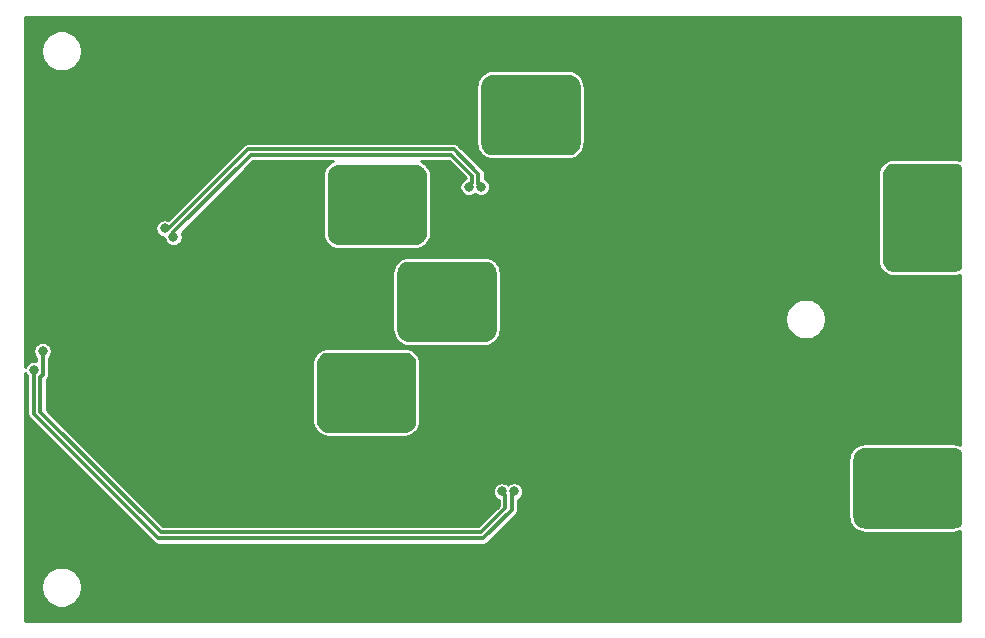
<source format=gbl>
G04 #@! TF.GenerationSoftware,KiCad,Pcbnew,(5.1.4)-1*
G04 #@! TF.CreationDate,2019-10-29T10:24:40+09:00*
G04 #@! TF.ProjectId,Buck_boost,4275636b-5f62-46f6-9f73-742e6b696361,rev?*
G04 #@! TF.SameCoordinates,Original*
G04 #@! TF.FileFunction,Copper,L2,Bot*
G04 #@! TF.FilePolarity,Positive*
%FSLAX46Y46*%
G04 Gerber Fmt 4.6, Leading zero omitted, Abs format (unit mm)*
G04 Created by KiCad (PCBNEW (5.1.4)-1) date 2019-10-29 10:24:40*
%MOMM*%
%LPD*%
G04 APERTURE LIST*
%ADD10C,1.200000*%
%ADD11C,3.000000*%
%ADD12C,0.800000*%
%ADD13C,0.300000*%
%ADD14C,0.254000*%
G04 APERTURE END LIST*
D10*
X175300000Y-105200000D03*
X174700000Y-104200000D03*
X175300000Y-103200000D03*
X174700000Y-102200000D03*
X175300000Y-101200000D03*
X174100000Y-101200000D03*
X173500000Y-102200000D03*
X174100000Y-103200000D03*
X174100000Y-105200000D03*
X172900000Y-105200000D03*
X171700000Y-105200000D03*
X170500000Y-105200000D03*
X169900000Y-104200000D03*
X172900000Y-101200000D03*
X171100000Y-104200000D03*
X169900000Y-102200000D03*
X170500000Y-103200000D03*
X173500000Y-104200000D03*
X172300000Y-104200000D03*
X172900000Y-103200000D03*
X171700000Y-103200000D03*
X172300000Y-102200000D03*
X171100000Y-102200000D03*
X171700000Y-101200000D03*
X170500000Y-101200000D03*
X174700000Y-100200000D03*
X173500000Y-100200000D03*
X172300000Y-100200000D03*
X171100000Y-100200000D03*
D11*
X204900000Y-114200000D03*
X208000000Y-114200000D03*
X208000000Y-111100000D03*
X204900000Y-111100000D03*
D12*
X203900000Y-107500000D03*
X204700000Y-107500000D03*
X205500000Y-107500000D03*
X206300000Y-107500000D03*
X207100000Y-107500000D03*
X207900000Y-107500000D03*
X208700000Y-107500000D03*
X204300000Y-108200000D03*
X205100000Y-108200000D03*
X205900000Y-108200000D03*
X206700000Y-108200000D03*
X207500000Y-108200000D03*
X208300000Y-108200000D03*
X209100000Y-108200000D03*
X208700000Y-108900000D03*
X207900000Y-108900000D03*
X207100000Y-108900000D03*
X206300000Y-108900000D03*
X205500000Y-108900000D03*
X204700000Y-108900000D03*
X203900000Y-108900000D03*
D10*
X169900000Y-100200000D03*
X175900000Y-100200000D03*
X176500000Y-101200000D03*
X175900000Y-102200000D03*
X175900000Y-104200000D03*
X176500000Y-103200000D03*
X176500000Y-105200000D03*
D12*
X140100000Y-119500000D03*
X140900000Y-119500000D03*
X137700000Y-120300000D03*
X138500000Y-120300000D03*
X139300000Y-120300000D03*
X140100000Y-120300000D03*
X140900000Y-120300000D03*
X137700000Y-121100000D03*
X138500000Y-121100000D03*
X139300000Y-121100000D03*
X140100000Y-121100000D03*
X140900000Y-121100000D03*
X137700000Y-121900000D03*
X138500000Y-121900000D03*
X139300000Y-121900000D03*
X140100000Y-121900000D03*
X140900000Y-121900000D03*
X141700000Y-120300000D03*
X141700000Y-121900000D03*
X141700000Y-121100000D03*
X141700000Y-119500000D03*
X137000000Y-120700000D03*
X137000000Y-119900000D03*
X137000000Y-121500000D03*
X136200000Y-121500000D03*
X136200000Y-119900000D03*
X136200000Y-120700000D03*
X142500000Y-120300000D03*
X142500000Y-121100000D03*
X134400000Y-110200000D03*
X134400000Y-111000000D03*
X134400000Y-111800000D03*
X134400000Y-112600000D03*
X133600000Y-110600000D03*
X133600000Y-111400000D03*
X133600000Y-112200000D03*
X135100000Y-109600000D03*
X135900000Y-109600000D03*
X136700000Y-109600000D03*
X136300000Y-108800000D03*
X135500000Y-108800000D03*
X133400000Y-113400000D03*
X133400000Y-114200000D03*
X133400000Y-115000000D03*
X132600000Y-114600000D03*
X132600000Y-113800000D03*
X135000000Y-113100000D03*
X135800000Y-112900000D03*
X136600000Y-112900000D03*
X138300000Y-131400000D03*
X138300000Y-130600000D03*
X138300000Y-129800000D03*
X138300000Y-129000000D03*
X139100000Y-129000000D03*
X139900000Y-129000000D03*
X140600000Y-129400000D03*
X141400000Y-129500000D03*
X142200000Y-129500000D03*
X143000000Y-129500000D03*
X139100000Y-129800000D03*
X139100000Y-130600000D03*
X139900000Y-128200000D03*
X143500000Y-128900000D03*
X143500000Y-128100000D03*
X143500000Y-127300000D03*
X144300000Y-127700000D03*
X144300000Y-128500000D03*
X142600000Y-130300000D03*
X141800000Y-130300000D03*
X141000000Y-130300000D03*
X151200000Y-111200000D03*
X152000000Y-111200000D03*
X152800000Y-111200000D03*
X153600000Y-111200000D03*
X154400000Y-111200000D03*
X154400000Y-112000000D03*
X154400000Y-112800000D03*
X154400000Y-113600000D03*
X153700000Y-114000000D03*
X152900000Y-114000000D03*
X152100000Y-114000000D03*
X151300000Y-114000000D03*
X150500000Y-114000000D03*
X150300000Y-113200000D03*
X150300000Y-112400000D03*
X149600000Y-112800000D03*
X149600000Y-113600000D03*
X149700000Y-114500000D03*
X150900000Y-114700000D03*
X151700000Y-114700000D03*
X152500000Y-114700000D03*
X153300000Y-114700000D03*
X155100000Y-112400000D03*
X155100000Y-111600000D03*
X154000000Y-110500000D03*
X153200000Y-110500000D03*
X152400000Y-110500000D03*
X152800000Y-109800000D03*
X153600000Y-109800000D03*
X154400000Y-109800000D03*
X154800000Y-110500000D03*
X151300000Y-115400000D03*
X152100000Y-115400000D03*
X150500000Y-115400000D03*
X160400000Y-121200000D03*
X160400000Y-120400000D03*
X160400000Y-119600000D03*
X159600000Y-119600000D03*
X158800000Y-119600000D03*
X158000000Y-119600000D03*
X157200000Y-119600000D03*
X156400000Y-119600000D03*
X156400000Y-120400000D03*
X156400000Y-121200000D03*
X155700000Y-120800000D03*
X155700000Y-120000000D03*
X155700000Y-119200000D03*
X156800000Y-118900000D03*
X157600000Y-118900000D03*
X158400000Y-118900000D03*
X159200000Y-118900000D03*
X160000000Y-118900000D03*
X161100000Y-120000000D03*
X161100000Y-120800000D03*
X161100000Y-119200000D03*
X155000000Y-119600000D03*
X155000000Y-120400000D03*
X155000000Y-121200000D03*
X154300000Y-120800000D03*
X154300000Y-120000000D03*
X157200000Y-118200000D03*
X156400000Y-118200000D03*
X158000000Y-118200000D03*
X158800000Y-118200000D03*
X159600000Y-118200000D03*
X160400000Y-118200000D03*
X150000000Y-127400000D03*
X150000000Y-128400000D03*
X150000000Y-129400000D03*
X150000000Y-130400000D03*
X150000000Y-131400000D03*
X150000000Y-132400000D03*
X150000000Y-133400000D03*
X150000000Y-134400000D03*
X150000000Y-135400000D03*
X150000000Y-136400000D03*
X149200000Y-136900000D03*
X149200000Y-135900000D03*
X149200000Y-134900000D03*
X149200000Y-133900000D03*
X149200000Y-132900000D03*
X149200000Y-131900000D03*
X149200000Y-130900000D03*
X149200000Y-129900000D03*
X149200000Y-128900000D03*
X149200000Y-127900000D03*
X163000000Y-140300000D03*
X163000000Y-141300000D03*
X163000000Y-142300000D03*
X163000000Y-143300000D03*
X163000000Y-144300000D03*
X159000000Y-140300000D03*
X159000000Y-141300000D03*
X159000000Y-142300000D03*
X159000000Y-143300000D03*
X159000000Y-144300000D03*
X158200000Y-143800000D03*
X158200000Y-142800000D03*
X158200000Y-141800000D03*
X158200000Y-140800000D03*
X158200000Y-139800000D03*
X163800000Y-139800000D03*
X163800000Y-140800000D03*
X163800000Y-141800000D03*
X163800000Y-142800000D03*
X163800000Y-143800000D03*
X179700000Y-144300000D03*
X178900000Y-140800000D03*
X179700000Y-139300000D03*
X184500000Y-142800000D03*
X183700000Y-142300000D03*
X183700000Y-141300000D03*
X183700000Y-140300000D03*
X183700000Y-139300000D03*
X178900000Y-141800000D03*
X179700000Y-140300000D03*
X184500000Y-139800000D03*
X184500000Y-140800000D03*
X179700000Y-143300000D03*
X178900000Y-143800000D03*
X179700000Y-141300000D03*
X179700000Y-142300000D03*
X178900000Y-142800000D03*
X183700000Y-143300000D03*
X183700000Y-144300000D03*
X184500000Y-141800000D03*
X184500000Y-143800000D03*
X178900000Y-139800000D03*
X190700000Y-139300000D03*
X195500000Y-142800000D03*
X189900000Y-140800000D03*
X194700000Y-141300000D03*
X194700000Y-140300000D03*
X190700000Y-140300000D03*
X195500000Y-139800000D03*
X189900000Y-143800000D03*
X190700000Y-141300000D03*
X195500000Y-140800000D03*
X190700000Y-143300000D03*
X190700000Y-144300000D03*
X194700000Y-139300000D03*
X189900000Y-141800000D03*
X194700000Y-142300000D03*
X195500000Y-141800000D03*
X195500000Y-143800000D03*
X189900000Y-139800000D03*
X194700000Y-143300000D03*
X194700000Y-144300000D03*
X190700000Y-142300000D03*
X189900000Y-142800000D03*
X209100000Y-145300000D03*
X209100000Y-144300000D03*
X209100000Y-143300000D03*
X208100000Y-145300000D03*
X207100000Y-145300000D03*
X206100000Y-145300000D03*
X209100000Y-142300000D03*
X208100000Y-144300000D03*
X130900000Y-145200000D03*
X130900000Y-144200000D03*
X131900000Y-145200000D03*
X132900000Y-145200000D03*
X133900000Y-145200000D03*
X130900000Y-143200000D03*
X130900000Y-142200000D03*
X131900000Y-144200000D03*
X130900000Y-94800000D03*
X131900000Y-94800000D03*
X132900000Y-94800000D03*
X133900000Y-94800000D03*
X130900000Y-95800000D03*
X130900000Y-96800000D03*
X130900000Y-97800000D03*
X131900000Y-95800000D03*
D11*
X208000000Y-118200000D03*
X208000000Y-121300000D03*
X204900000Y-121300000D03*
X204900000Y-118200000D03*
X204800000Y-128700000D03*
X207900000Y-125600000D03*
X207900000Y-128700000D03*
X204800000Y-125600000D03*
D12*
X209200000Y-94800000D03*
X209200000Y-95700000D03*
X209200000Y-96600000D03*
X209200000Y-97500000D03*
X208300000Y-94800000D03*
X207400000Y-94800000D03*
X206500000Y-94800000D03*
X208300000Y-95700000D03*
D10*
X162000000Y-128700000D03*
X160800000Y-128700000D03*
X159600000Y-128700000D03*
X158400000Y-128700000D03*
X157200000Y-128700000D03*
X157800000Y-127700000D03*
X159000000Y-127700000D03*
X160200000Y-127700000D03*
X162600000Y-127700000D03*
X161400000Y-127700000D03*
X162000000Y-126700000D03*
X162600000Y-125700000D03*
X160800000Y-126700000D03*
X159600000Y-126700000D03*
X161400000Y-125700000D03*
X162000000Y-124700000D03*
X160800000Y-124700000D03*
X160200000Y-125700000D03*
X159000000Y-125700000D03*
X158400000Y-126700000D03*
X157200000Y-126700000D03*
X157800000Y-125700000D03*
X159600000Y-124700000D03*
X158400000Y-124700000D03*
X157200000Y-124700000D03*
X157800000Y-123700000D03*
X159000000Y-123700000D03*
X160200000Y-123700000D03*
X161400000Y-123700000D03*
X162600000Y-123700000D03*
D12*
X131900000Y-122700000D03*
X170775000Y-134600000D03*
D10*
X156600000Y-123700000D03*
X156600000Y-125700000D03*
X156600000Y-127700000D03*
X156000000Y-124700000D03*
X156000000Y-126700000D03*
X156000000Y-128700000D03*
X156900000Y-111800000D03*
X157500000Y-112800000D03*
X158100000Y-111800000D03*
X159900000Y-110800000D03*
X158700000Y-110800000D03*
X159300000Y-109800000D03*
X159300000Y-111800000D03*
X158700000Y-112800000D03*
X159900000Y-112800000D03*
X160500000Y-111800000D03*
X161100000Y-112800000D03*
X162300000Y-112800000D03*
X161700000Y-111800000D03*
X157500000Y-110800000D03*
X161100000Y-110800000D03*
X162300000Y-110800000D03*
X161700000Y-109800000D03*
X160500000Y-109800000D03*
X156900000Y-109800000D03*
X158100000Y-109800000D03*
X162300000Y-108800000D03*
X161100000Y-108800000D03*
X159900000Y-108800000D03*
X158700000Y-108800000D03*
X157500000Y-108800000D03*
X161700000Y-107800000D03*
X160500000Y-107800000D03*
X159300000Y-107800000D03*
X158100000Y-107800000D03*
X156900000Y-107800000D03*
D12*
X142971232Y-113071232D03*
X167975000Y-108800000D03*
D10*
X162900000Y-107800000D03*
X163500000Y-108800000D03*
X162900000Y-109800000D03*
X163500000Y-110800000D03*
X162900000Y-111800000D03*
X163500000Y-112800000D03*
X168200000Y-121000000D03*
X167600000Y-120000000D03*
X167000000Y-121000000D03*
X166400000Y-120000000D03*
X165800000Y-121000000D03*
X165200000Y-120000000D03*
X164600000Y-121000000D03*
X163400000Y-121000000D03*
X164000000Y-120000000D03*
X162800000Y-120000000D03*
X168200000Y-119000000D03*
X167000000Y-119000000D03*
X165800000Y-119000000D03*
X164600000Y-119000000D03*
X163400000Y-119000000D03*
X162800000Y-118000000D03*
X164000000Y-118000000D03*
X165200000Y-118000000D03*
X166400000Y-118000000D03*
X167600000Y-118000000D03*
X168200000Y-117000000D03*
X167000000Y-117000000D03*
X165800000Y-117000000D03*
X164600000Y-117000000D03*
X163400000Y-117000000D03*
X167600000Y-116000000D03*
X166400000Y-116000000D03*
X165200000Y-116000000D03*
X164000000Y-116000000D03*
X162800000Y-116000000D03*
X168800000Y-116000000D03*
X169400000Y-117000000D03*
X168800000Y-118000000D03*
X169400000Y-119000000D03*
X168800000Y-120000000D03*
X169400000Y-121000000D03*
D12*
X202100000Y-134900000D03*
X202800000Y-132100000D03*
X202100000Y-135700000D03*
X201400000Y-135300000D03*
X202100000Y-131700000D03*
X201400000Y-133700000D03*
X202800000Y-133700000D03*
X201400000Y-132900000D03*
X202100000Y-132500000D03*
X202100000Y-134100000D03*
X201400000Y-132100000D03*
X202100000Y-133300000D03*
X201400000Y-136100000D03*
X202100000Y-136500000D03*
X202800000Y-136900000D03*
X201400000Y-136900000D03*
X202800000Y-136100000D03*
X201400000Y-134500000D03*
X202800000Y-135300000D03*
X202800000Y-134500000D03*
X202800000Y-132900000D03*
X131149990Y-124309210D03*
X171825000Y-134600000D03*
D11*
X208000000Y-135900000D03*
X208000000Y-132800000D03*
X204900000Y-132800000D03*
X204900000Y-135900000D03*
D12*
X142228768Y-112328768D03*
X169025000Y-108800000D03*
D13*
X171075000Y-134900000D02*
X170775000Y-134600000D01*
X171075000Y-136015900D02*
X171075000Y-134900000D01*
X131900000Y-124700000D02*
X131700000Y-124900000D01*
X131900000Y-122700000D02*
X131900000Y-124700000D01*
X131700000Y-124900000D02*
X131700000Y-127881800D01*
X141893200Y-138075000D02*
X169015900Y-138075000D01*
X131700000Y-127881800D02*
X141893200Y-138075000D01*
X169015900Y-138075000D02*
X171075000Y-136015900D01*
X168275000Y-108500000D02*
X167975000Y-108800000D01*
X168275000Y-107875000D02*
X168275000Y-108500000D01*
X166500000Y-106100000D02*
X168275000Y-107875000D01*
X142971232Y-113071232D02*
X142971232Y-112646967D01*
X149518199Y-106100000D02*
X166500000Y-106100000D01*
X142971232Y-112646967D02*
X149518199Y-106100000D01*
X131149990Y-128038912D02*
X131149990Y-124309210D01*
X141686089Y-138575011D02*
X131149990Y-128038912D01*
X169223012Y-138575010D02*
X141686089Y-138575011D01*
X171600000Y-136198022D02*
X169223012Y-138575010D01*
X171825000Y-134600000D02*
X171600000Y-134825000D01*
X171600000Y-134825000D02*
X171600000Y-136198022D01*
X168800000Y-108575000D02*
X169025000Y-108800000D01*
X168800000Y-107692878D02*
X168800000Y-108575000D01*
X166707122Y-105600000D02*
X168800000Y-107692878D01*
X142228768Y-112328768D02*
X142571232Y-112328768D01*
X149300000Y-105600000D02*
X166707122Y-105600000D01*
X142571232Y-112328768D02*
X149300000Y-105600000D01*
D14*
G36*
X209594001Y-106557060D02*
G01*
X209562285Y-106540108D01*
X209493280Y-106511525D01*
X209305687Y-106454620D01*
X209232435Y-106440050D01*
X209037345Y-106420835D01*
X209000000Y-106419000D01*
X204000000Y-106419000D01*
X203962655Y-106420835D01*
X203767565Y-106440050D01*
X203694313Y-106454620D01*
X203506720Y-106511525D01*
X203437715Y-106540108D01*
X203264828Y-106632518D01*
X203202726Y-106674013D01*
X203051189Y-106798376D01*
X202998376Y-106851189D01*
X202874013Y-107002726D01*
X202832518Y-107064828D01*
X202740108Y-107237715D01*
X202711525Y-107306720D01*
X202654620Y-107494313D01*
X202640050Y-107567565D01*
X202620835Y-107762655D01*
X202619000Y-107800000D01*
X202619000Y-115000000D01*
X202620835Y-115037345D01*
X202640050Y-115232435D01*
X202654620Y-115305687D01*
X202711525Y-115493280D01*
X202740108Y-115562285D01*
X202832518Y-115735172D01*
X202874013Y-115797274D01*
X202998376Y-115948811D01*
X203051189Y-116001624D01*
X203202726Y-116125987D01*
X203264828Y-116167482D01*
X203437715Y-116259892D01*
X203506720Y-116288475D01*
X203694313Y-116345380D01*
X203767565Y-116359950D01*
X203962655Y-116379165D01*
X204000000Y-116381000D01*
X209000000Y-116381000D01*
X209037345Y-116379165D01*
X209232435Y-116359950D01*
X209305687Y-116345380D01*
X209493280Y-116288475D01*
X209562285Y-116259892D01*
X209594001Y-116242940D01*
X209594000Y-130657060D01*
X209562285Y-130640108D01*
X209493280Y-130611525D01*
X209305687Y-130554620D01*
X209232435Y-130540050D01*
X209037345Y-130520835D01*
X209000000Y-130519000D01*
X201500000Y-130519000D01*
X201462655Y-130520835D01*
X201267565Y-130540050D01*
X201194313Y-130554620D01*
X201006720Y-130611525D01*
X200937715Y-130640108D01*
X200764828Y-130732518D01*
X200702726Y-130774013D01*
X200551189Y-130898376D01*
X200498376Y-130951189D01*
X200374013Y-131102726D01*
X200332518Y-131164828D01*
X200240108Y-131337715D01*
X200211525Y-131406720D01*
X200154620Y-131594313D01*
X200140050Y-131667565D01*
X200120835Y-131862655D01*
X200119000Y-131900000D01*
X200119000Y-136700000D01*
X200120835Y-136737345D01*
X200140050Y-136932435D01*
X200154620Y-137005687D01*
X200211525Y-137193280D01*
X200240108Y-137262285D01*
X200332518Y-137435172D01*
X200374013Y-137497274D01*
X200498376Y-137648811D01*
X200551189Y-137701624D01*
X200702726Y-137825987D01*
X200764828Y-137867482D01*
X200937715Y-137959892D01*
X201006720Y-137988475D01*
X201194313Y-138045380D01*
X201267565Y-138059950D01*
X201462655Y-138079165D01*
X201500000Y-138081000D01*
X209000000Y-138081000D01*
X209037345Y-138079165D01*
X209232435Y-138059950D01*
X209305687Y-138045380D01*
X209493280Y-137988475D01*
X209562285Y-137959892D01*
X209594000Y-137942940D01*
X209594000Y-145594000D01*
X130406000Y-145594000D01*
X130406000Y-142529511D01*
X131769000Y-142529511D01*
X131769000Y-142870489D01*
X131835521Y-143204914D01*
X131966007Y-143519936D01*
X132155444Y-143803448D01*
X132396552Y-144044556D01*
X132680064Y-144233993D01*
X132995086Y-144364479D01*
X133329511Y-144431000D01*
X133670489Y-144431000D01*
X134004914Y-144364479D01*
X134319936Y-144233993D01*
X134603448Y-144044556D01*
X134844556Y-143803448D01*
X135033993Y-143519936D01*
X135164479Y-143204914D01*
X135231000Y-142870489D01*
X135231000Y-142529511D01*
X135164479Y-142195086D01*
X135033993Y-141880064D01*
X134844556Y-141596552D01*
X134603448Y-141355444D01*
X134319936Y-141166007D01*
X134004914Y-141035521D01*
X133670489Y-140969000D01*
X133329511Y-140969000D01*
X132995086Y-141035521D01*
X132680064Y-141166007D01*
X132396552Y-141355444D01*
X132155444Y-141596552D01*
X131966007Y-141880064D01*
X131835521Y-142195086D01*
X131769000Y-142529511D01*
X130406000Y-142529511D01*
X130406000Y-124553911D01*
X130457877Y-124679152D01*
X130543348Y-124807069D01*
X130618991Y-124882712D01*
X130618990Y-128012838D01*
X130616422Y-128038912D01*
X130618990Y-128064986D01*
X130618990Y-128064995D01*
X130626673Y-128143005D01*
X130657037Y-128243099D01*
X130706344Y-128335347D01*
X130772700Y-128416202D01*
X130792965Y-128432833D01*
X141292178Y-138932047D01*
X141308800Y-138952301D01*
X141329054Y-138968923D01*
X141329059Y-138968928D01*
X141389653Y-139018657D01*
X141481901Y-139067964D01*
X141512265Y-139077175D01*
X141581996Y-139098328D01*
X141660006Y-139106011D01*
X141660014Y-139106011D01*
X141686088Y-139108579D01*
X141712162Y-139106011D01*
X169196928Y-139106009D01*
X169223012Y-139108578D01*
X169260465Y-139104889D01*
X169327106Y-139098326D01*
X169357469Y-139089115D01*
X169427199Y-139067963D01*
X169519447Y-139018656D01*
X169580041Y-138968927D01*
X169580042Y-138968926D01*
X169600302Y-138952299D01*
X169616929Y-138932039D01*
X171957036Y-136591934D01*
X171977290Y-136575312D01*
X171993912Y-136555058D01*
X171993918Y-136555052D01*
X172043646Y-136494458D01*
X172092953Y-136402210D01*
X172101835Y-136372930D01*
X172123317Y-136302116D01*
X172131000Y-136224106D01*
X172131000Y-136224096D01*
X172133568Y-136198022D01*
X172131000Y-136171948D01*
X172131000Y-135318599D01*
X172194942Y-135292113D01*
X172322859Y-135206642D01*
X172431642Y-135097859D01*
X172517113Y-134969942D01*
X172575987Y-134827809D01*
X172606000Y-134676922D01*
X172606000Y-134523078D01*
X172575987Y-134372191D01*
X172517113Y-134230058D01*
X172431642Y-134102141D01*
X172322859Y-133993358D01*
X172194942Y-133907887D01*
X172052809Y-133849013D01*
X171901922Y-133819000D01*
X171748078Y-133819000D01*
X171597191Y-133849013D01*
X171455058Y-133907887D01*
X171327141Y-133993358D01*
X171300000Y-134020499D01*
X171272859Y-133993358D01*
X171144942Y-133907887D01*
X171002809Y-133849013D01*
X170851922Y-133819000D01*
X170698078Y-133819000D01*
X170547191Y-133849013D01*
X170405058Y-133907887D01*
X170277141Y-133993358D01*
X170168358Y-134102141D01*
X170082887Y-134230058D01*
X170024013Y-134372191D01*
X169994000Y-134523078D01*
X169994000Y-134676922D01*
X170024013Y-134827809D01*
X170082887Y-134969942D01*
X170168358Y-135097859D01*
X170277141Y-135206642D01*
X170405058Y-135292113D01*
X170544001Y-135349665D01*
X170544000Y-135795953D01*
X168795954Y-137544000D01*
X142113148Y-137544000D01*
X132231000Y-127661854D01*
X132231000Y-125119947D01*
X132257029Y-125093917D01*
X132277290Y-125077290D01*
X132343646Y-124996435D01*
X132392953Y-124904188D01*
X132423317Y-124804094D01*
X132431000Y-124726084D01*
X132431000Y-124726074D01*
X132433568Y-124700000D01*
X132431000Y-124673926D01*
X132431000Y-123800000D01*
X154719000Y-123800000D01*
X154719000Y-128600000D01*
X154720835Y-128637345D01*
X154740050Y-128832435D01*
X154754620Y-128905687D01*
X154811525Y-129093280D01*
X154840108Y-129162285D01*
X154932518Y-129335172D01*
X154974013Y-129397274D01*
X155098376Y-129548811D01*
X155151189Y-129601624D01*
X155302726Y-129725987D01*
X155364828Y-129767482D01*
X155537715Y-129859892D01*
X155606720Y-129888475D01*
X155794313Y-129945380D01*
X155867565Y-129959950D01*
X156062655Y-129979165D01*
X156100000Y-129981000D01*
X162500000Y-129981000D01*
X162537345Y-129979165D01*
X162732435Y-129959950D01*
X162805687Y-129945380D01*
X162993280Y-129888475D01*
X163062285Y-129859892D01*
X163235172Y-129767482D01*
X163297274Y-129725987D01*
X163448811Y-129601624D01*
X163501624Y-129548811D01*
X163625987Y-129397274D01*
X163667482Y-129335172D01*
X163759892Y-129162285D01*
X163788475Y-129093280D01*
X163845380Y-128905687D01*
X163859950Y-128832435D01*
X163879165Y-128637345D01*
X163881000Y-128600000D01*
X163881000Y-123800000D01*
X163879165Y-123762655D01*
X163859950Y-123567565D01*
X163845380Y-123494313D01*
X163788475Y-123306720D01*
X163759892Y-123237715D01*
X163667482Y-123064828D01*
X163625987Y-123002726D01*
X163501624Y-122851189D01*
X163448811Y-122798376D01*
X163297274Y-122674013D01*
X163235172Y-122632518D01*
X163062285Y-122540108D01*
X162993280Y-122511525D01*
X162805687Y-122454620D01*
X162732435Y-122440050D01*
X162537345Y-122420835D01*
X162500000Y-122419000D01*
X156100000Y-122419000D01*
X156062655Y-122420835D01*
X155867565Y-122440050D01*
X155794313Y-122454620D01*
X155606720Y-122511525D01*
X155537715Y-122540108D01*
X155364828Y-122632518D01*
X155302726Y-122674013D01*
X155151189Y-122798376D01*
X155098376Y-122851189D01*
X154974013Y-123002726D01*
X154932518Y-123064828D01*
X154840108Y-123237715D01*
X154811525Y-123306720D01*
X154754620Y-123494313D01*
X154740050Y-123567565D01*
X154720835Y-123762655D01*
X154719000Y-123800000D01*
X132431000Y-123800000D01*
X132431000Y-123273501D01*
X132506642Y-123197859D01*
X132592113Y-123069942D01*
X132650987Y-122927809D01*
X132681000Y-122776922D01*
X132681000Y-122623078D01*
X132650987Y-122472191D01*
X132592113Y-122330058D01*
X132506642Y-122202141D01*
X132397859Y-122093358D01*
X132269942Y-122007887D01*
X132127809Y-121949013D01*
X131976922Y-121919000D01*
X131823078Y-121919000D01*
X131672191Y-121949013D01*
X131530058Y-122007887D01*
X131402141Y-122093358D01*
X131293358Y-122202141D01*
X131207887Y-122330058D01*
X131149013Y-122472191D01*
X131119000Y-122623078D01*
X131119000Y-122776922D01*
X131149013Y-122927809D01*
X131207887Y-123069942D01*
X131293358Y-123197859D01*
X131369000Y-123273501D01*
X131369000Y-123556473D01*
X131226912Y-123528210D01*
X131073068Y-123528210D01*
X130922181Y-123558223D01*
X130780048Y-123617097D01*
X130652131Y-123702568D01*
X130543348Y-123811351D01*
X130457877Y-123939268D01*
X130406000Y-124064509D01*
X130406000Y-116100000D01*
X161519000Y-116100000D01*
X161519000Y-120900000D01*
X161520835Y-120937345D01*
X161540050Y-121132435D01*
X161554620Y-121205687D01*
X161611525Y-121393280D01*
X161640108Y-121462285D01*
X161732518Y-121635172D01*
X161774013Y-121697274D01*
X161898376Y-121848811D01*
X161951189Y-121901624D01*
X162102726Y-122025987D01*
X162164828Y-122067482D01*
X162337715Y-122159892D01*
X162406720Y-122188475D01*
X162594313Y-122245380D01*
X162667565Y-122259950D01*
X162862655Y-122279165D01*
X162900000Y-122281000D01*
X169300000Y-122281000D01*
X169337345Y-122279165D01*
X169532435Y-122259950D01*
X169605687Y-122245380D01*
X169793280Y-122188475D01*
X169862285Y-122159892D01*
X170035172Y-122067482D01*
X170097274Y-122025987D01*
X170248811Y-121901624D01*
X170301624Y-121848811D01*
X170425987Y-121697274D01*
X170467482Y-121635172D01*
X170559892Y-121462285D01*
X170588475Y-121393280D01*
X170645380Y-121205687D01*
X170659950Y-121132435D01*
X170679165Y-120937345D01*
X170681000Y-120900000D01*
X170681000Y-119829511D01*
X194769000Y-119829511D01*
X194769000Y-120170489D01*
X194835521Y-120504914D01*
X194966007Y-120819936D01*
X195155444Y-121103448D01*
X195396552Y-121344556D01*
X195680064Y-121533993D01*
X195995086Y-121664479D01*
X196329511Y-121731000D01*
X196670489Y-121731000D01*
X197004914Y-121664479D01*
X197319936Y-121533993D01*
X197603448Y-121344556D01*
X197844556Y-121103448D01*
X198033993Y-120819936D01*
X198164479Y-120504914D01*
X198231000Y-120170489D01*
X198231000Y-119829511D01*
X198164479Y-119495086D01*
X198033993Y-119180064D01*
X197844556Y-118896552D01*
X197603448Y-118655444D01*
X197319936Y-118466007D01*
X197004914Y-118335521D01*
X196670489Y-118269000D01*
X196329511Y-118269000D01*
X195995086Y-118335521D01*
X195680064Y-118466007D01*
X195396552Y-118655444D01*
X195155444Y-118896552D01*
X194966007Y-119180064D01*
X194835521Y-119495086D01*
X194769000Y-119829511D01*
X170681000Y-119829511D01*
X170681000Y-116100000D01*
X170679165Y-116062655D01*
X170659950Y-115867565D01*
X170645380Y-115794313D01*
X170588475Y-115606720D01*
X170559892Y-115537715D01*
X170467482Y-115364828D01*
X170425987Y-115302726D01*
X170301624Y-115151189D01*
X170248811Y-115098376D01*
X170097274Y-114974013D01*
X170035172Y-114932518D01*
X169862285Y-114840108D01*
X169793280Y-114811525D01*
X169605687Y-114754620D01*
X169532435Y-114740050D01*
X169337345Y-114720835D01*
X169300000Y-114719000D01*
X162900000Y-114719000D01*
X162862655Y-114720835D01*
X162667565Y-114740050D01*
X162594313Y-114754620D01*
X162406720Y-114811525D01*
X162337715Y-114840108D01*
X162164828Y-114932518D01*
X162102726Y-114974013D01*
X161951189Y-115098376D01*
X161898376Y-115151189D01*
X161774013Y-115302726D01*
X161732518Y-115364828D01*
X161640108Y-115537715D01*
X161611525Y-115606720D01*
X161554620Y-115794313D01*
X161540050Y-115867565D01*
X161520835Y-116062655D01*
X161519000Y-116100000D01*
X130406000Y-116100000D01*
X130406000Y-112251846D01*
X141447768Y-112251846D01*
X141447768Y-112405690D01*
X141477781Y-112556577D01*
X141536655Y-112698710D01*
X141622126Y-112826627D01*
X141730909Y-112935410D01*
X141858826Y-113020881D01*
X142000959Y-113079755D01*
X142151846Y-113109768D01*
X142190232Y-113109768D01*
X142190232Y-113148154D01*
X142220245Y-113299041D01*
X142279119Y-113441174D01*
X142364590Y-113569091D01*
X142473373Y-113677874D01*
X142601290Y-113763345D01*
X142743423Y-113822219D01*
X142894310Y-113852232D01*
X143048154Y-113852232D01*
X143199041Y-113822219D01*
X143341174Y-113763345D01*
X143469091Y-113677874D01*
X143577874Y-113569091D01*
X143663345Y-113441174D01*
X143722219Y-113299041D01*
X143752232Y-113148154D01*
X143752232Y-112994310D01*
X143722219Y-112843423D01*
X143664666Y-112704479D01*
X149738147Y-106631000D01*
X156459704Y-106631000D01*
X156437715Y-106640108D01*
X156264828Y-106732518D01*
X156202726Y-106774013D01*
X156051189Y-106898376D01*
X155998376Y-106951189D01*
X155874013Y-107102726D01*
X155832518Y-107164828D01*
X155740108Y-107337715D01*
X155711525Y-107406720D01*
X155654620Y-107594313D01*
X155640050Y-107667565D01*
X155620835Y-107862655D01*
X155619000Y-107900000D01*
X155619000Y-112700000D01*
X155620835Y-112737345D01*
X155640050Y-112932435D01*
X155654620Y-113005687D01*
X155711525Y-113193280D01*
X155740108Y-113262285D01*
X155832518Y-113435172D01*
X155874013Y-113497274D01*
X155998376Y-113648811D01*
X156051189Y-113701624D01*
X156202726Y-113825987D01*
X156264828Y-113867482D01*
X156437715Y-113959892D01*
X156506720Y-113988475D01*
X156694313Y-114045380D01*
X156767565Y-114059950D01*
X156962655Y-114079165D01*
X157000000Y-114081000D01*
X163400000Y-114081000D01*
X163437345Y-114079165D01*
X163632435Y-114059950D01*
X163705687Y-114045380D01*
X163893280Y-113988475D01*
X163962285Y-113959892D01*
X164135172Y-113867482D01*
X164197274Y-113825987D01*
X164348811Y-113701624D01*
X164401624Y-113648811D01*
X164525987Y-113497274D01*
X164567482Y-113435172D01*
X164659892Y-113262285D01*
X164688475Y-113193280D01*
X164745380Y-113005687D01*
X164759950Y-112932435D01*
X164779165Y-112737345D01*
X164781000Y-112700000D01*
X164781000Y-107900000D01*
X164779165Y-107862655D01*
X164759950Y-107667565D01*
X164745380Y-107594313D01*
X164688475Y-107406720D01*
X164659892Y-107337715D01*
X164567482Y-107164828D01*
X164525987Y-107102726D01*
X164401624Y-106951189D01*
X164348811Y-106898376D01*
X164197274Y-106774013D01*
X164135172Y-106732518D01*
X163962285Y-106640108D01*
X163940296Y-106631000D01*
X166280054Y-106631000D01*
X167712455Y-108063401D01*
X167605058Y-108107887D01*
X167477141Y-108193358D01*
X167368358Y-108302141D01*
X167282887Y-108430058D01*
X167224013Y-108572191D01*
X167194000Y-108723078D01*
X167194000Y-108876922D01*
X167224013Y-109027809D01*
X167282887Y-109169942D01*
X167368358Y-109297859D01*
X167477141Y-109406642D01*
X167605058Y-109492113D01*
X167747191Y-109550987D01*
X167898078Y-109581000D01*
X168051922Y-109581000D01*
X168202809Y-109550987D01*
X168344942Y-109492113D01*
X168472859Y-109406642D01*
X168500000Y-109379501D01*
X168527141Y-109406642D01*
X168655058Y-109492113D01*
X168797191Y-109550987D01*
X168948078Y-109581000D01*
X169101922Y-109581000D01*
X169252809Y-109550987D01*
X169394942Y-109492113D01*
X169522859Y-109406642D01*
X169631642Y-109297859D01*
X169717113Y-109169942D01*
X169775987Y-109027809D01*
X169806000Y-108876922D01*
X169806000Y-108723078D01*
X169775987Y-108572191D01*
X169717113Y-108430058D01*
X169631642Y-108302141D01*
X169522859Y-108193358D01*
X169394942Y-108107887D01*
X169331000Y-108081401D01*
X169331000Y-107718949D01*
X169333568Y-107692877D01*
X169331000Y-107666805D01*
X169331000Y-107666794D01*
X169323317Y-107588784D01*
X169292953Y-107488690D01*
X169255703Y-107419000D01*
X169243646Y-107396442D01*
X169193917Y-107335848D01*
X169177290Y-107315588D01*
X169157030Y-107298961D01*
X167101043Y-105242975D01*
X167084412Y-105222710D01*
X167003557Y-105156354D01*
X166911310Y-105107047D01*
X166811216Y-105076683D01*
X166733206Y-105069000D01*
X166733196Y-105069000D01*
X166707122Y-105066432D01*
X166681048Y-105069000D01*
X149326074Y-105069000D01*
X149300000Y-105066432D01*
X149273926Y-105069000D01*
X149273916Y-105069000D01*
X149195906Y-105076683D01*
X149095812Y-105107047D01*
X149003564Y-105156354D01*
X148942970Y-105206083D01*
X148922710Y-105222710D01*
X148906083Y-105242970D01*
X142537679Y-111611375D01*
X142456577Y-111577781D01*
X142305690Y-111547768D01*
X142151846Y-111547768D01*
X142000959Y-111577781D01*
X141858826Y-111636655D01*
X141730909Y-111722126D01*
X141622126Y-111830909D01*
X141536655Y-111958826D01*
X141477781Y-112100959D01*
X141447768Y-112251846D01*
X130406000Y-112251846D01*
X130406000Y-100300000D01*
X168619000Y-100300000D01*
X168619000Y-105100000D01*
X168620835Y-105137345D01*
X168640050Y-105332435D01*
X168654620Y-105405687D01*
X168711525Y-105593280D01*
X168740108Y-105662285D01*
X168832518Y-105835172D01*
X168874013Y-105897274D01*
X168998376Y-106048811D01*
X169051189Y-106101624D01*
X169202726Y-106225987D01*
X169264828Y-106267482D01*
X169437715Y-106359892D01*
X169506720Y-106388475D01*
X169694313Y-106445380D01*
X169767565Y-106459950D01*
X169962655Y-106479165D01*
X170000000Y-106481000D01*
X176400000Y-106481000D01*
X176437345Y-106479165D01*
X176632435Y-106459950D01*
X176705687Y-106445380D01*
X176893280Y-106388475D01*
X176962285Y-106359892D01*
X177135172Y-106267482D01*
X177197274Y-106225987D01*
X177348811Y-106101624D01*
X177401624Y-106048811D01*
X177525987Y-105897274D01*
X177567482Y-105835172D01*
X177659892Y-105662285D01*
X177688475Y-105593280D01*
X177745380Y-105405687D01*
X177759950Y-105332435D01*
X177779165Y-105137345D01*
X177781000Y-105100000D01*
X177781000Y-100300000D01*
X177779165Y-100262655D01*
X177759950Y-100067565D01*
X177745380Y-99994313D01*
X177688475Y-99806720D01*
X177659892Y-99737715D01*
X177567482Y-99564828D01*
X177525987Y-99502726D01*
X177401624Y-99351189D01*
X177348811Y-99298376D01*
X177197274Y-99174013D01*
X177135172Y-99132518D01*
X176962285Y-99040108D01*
X176893280Y-99011525D01*
X176705687Y-98954620D01*
X176632435Y-98940050D01*
X176437345Y-98920835D01*
X176400000Y-98919000D01*
X170000000Y-98919000D01*
X169962655Y-98920835D01*
X169767565Y-98940050D01*
X169694313Y-98954620D01*
X169506720Y-99011525D01*
X169437715Y-99040108D01*
X169264828Y-99132518D01*
X169202726Y-99174013D01*
X169051189Y-99298376D01*
X168998376Y-99351189D01*
X168874013Y-99502726D01*
X168832518Y-99564828D01*
X168740108Y-99737715D01*
X168711525Y-99806720D01*
X168654620Y-99994313D01*
X168640050Y-100067565D01*
X168620835Y-100262655D01*
X168619000Y-100300000D01*
X130406000Y-100300000D01*
X130406000Y-97129511D01*
X131769000Y-97129511D01*
X131769000Y-97470489D01*
X131835521Y-97804914D01*
X131966007Y-98119936D01*
X132155444Y-98403448D01*
X132396552Y-98644556D01*
X132680064Y-98833993D01*
X132995086Y-98964479D01*
X133329511Y-99031000D01*
X133670489Y-99031000D01*
X134004914Y-98964479D01*
X134319936Y-98833993D01*
X134603448Y-98644556D01*
X134844556Y-98403448D01*
X135033993Y-98119936D01*
X135164479Y-97804914D01*
X135231000Y-97470489D01*
X135231000Y-97129511D01*
X135164479Y-96795086D01*
X135033993Y-96480064D01*
X134844556Y-96196552D01*
X134603448Y-95955444D01*
X134319936Y-95766007D01*
X134004914Y-95635521D01*
X133670489Y-95569000D01*
X133329511Y-95569000D01*
X132995086Y-95635521D01*
X132680064Y-95766007D01*
X132396552Y-95955444D01*
X132155444Y-96196552D01*
X131966007Y-96480064D01*
X131835521Y-96795086D01*
X131769000Y-97129511D01*
X130406000Y-97129511D01*
X130406000Y-94406000D01*
X209594001Y-94406000D01*
X209594001Y-106557060D01*
X209594001Y-106557060D01*
G37*
X209594001Y-106557060D02*
X209562285Y-106540108D01*
X209493280Y-106511525D01*
X209305687Y-106454620D01*
X209232435Y-106440050D01*
X209037345Y-106420835D01*
X209000000Y-106419000D01*
X204000000Y-106419000D01*
X203962655Y-106420835D01*
X203767565Y-106440050D01*
X203694313Y-106454620D01*
X203506720Y-106511525D01*
X203437715Y-106540108D01*
X203264828Y-106632518D01*
X203202726Y-106674013D01*
X203051189Y-106798376D01*
X202998376Y-106851189D01*
X202874013Y-107002726D01*
X202832518Y-107064828D01*
X202740108Y-107237715D01*
X202711525Y-107306720D01*
X202654620Y-107494313D01*
X202640050Y-107567565D01*
X202620835Y-107762655D01*
X202619000Y-107800000D01*
X202619000Y-115000000D01*
X202620835Y-115037345D01*
X202640050Y-115232435D01*
X202654620Y-115305687D01*
X202711525Y-115493280D01*
X202740108Y-115562285D01*
X202832518Y-115735172D01*
X202874013Y-115797274D01*
X202998376Y-115948811D01*
X203051189Y-116001624D01*
X203202726Y-116125987D01*
X203264828Y-116167482D01*
X203437715Y-116259892D01*
X203506720Y-116288475D01*
X203694313Y-116345380D01*
X203767565Y-116359950D01*
X203962655Y-116379165D01*
X204000000Y-116381000D01*
X209000000Y-116381000D01*
X209037345Y-116379165D01*
X209232435Y-116359950D01*
X209305687Y-116345380D01*
X209493280Y-116288475D01*
X209562285Y-116259892D01*
X209594001Y-116242940D01*
X209594000Y-130657060D01*
X209562285Y-130640108D01*
X209493280Y-130611525D01*
X209305687Y-130554620D01*
X209232435Y-130540050D01*
X209037345Y-130520835D01*
X209000000Y-130519000D01*
X201500000Y-130519000D01*
X201462655Y-130520835D01*
X201267565Y-130540050D01*
X201194313Y-130554620D01*
X201006720Y-130611525D01*
X200937715Y-130640108D01*
X200764828Y-130732518D01*
X200702726Y-130774013D01*
X200551189Y-130898376D01*
X200498376Y-130951189D01*
X200374013Y-131102726D01*
X200332518Y-131164828D01*
X200240108Y-131337715D01*
X200211525Y-131406720D01*
X200154620Y-131594313D01*
X200140050Y-131667565D01*
X200120835Y-131862655D01*
X200119000Y-131900000D01*
X200119000Y-136700000D01*
X200120835Y-136737345D01*
X200140050Y-136932435D01*
X200154620Y-137005687D01*
X200211525Y-137193280D01*
X200240108Y-137262285D01*
X200332518Y-137435172D01*
X200374013Y-137497274D01*
X200498376Y-137648811D01*
X200551189Y-137701624D01*
X200702726Y-137825987D01*
X200764828Y-137867482D01*
X200937715Y-137959892D01*
X201006720Y-137988475D01*
X201194313Y-138045380D01*
X201267565Y-138059950D01*
X201462655Y-138079165D01*
X201500000Y-138081000D01*
X209000000Y-138081000D01*
X209037345Y-138079165D01*
X209232435Y-138059950D01*
X209305687Y-138045380D01*
X209493280Y-137988475D01*
X209562285Y-137959892D01*
X209594000Y-137942940D01*
X209594000Y-145594000D01*
X130406000Y-145594000D01*
X130406000Y-142529511D01*
X131769000Y-142529511D01*
X131769000Y-142870489D01*
X131835521Y-143204914D01*
X131966007Y-143519936D01*
X132155444Y-143803448D01*
X132396552Y-144044556D01*
X132680064Y-144233993D01*
X132995086Y-144364479D01*
X133329511Y-144431000D01*
X133670489Y-144431000D01*
X134004914Y-144364479D01*
X134319936Y-144233993D01*
X134603448Y-144044556D01*
X134844556Y-143803448D01*
X135033993Y-143519936D01*
X135164479Y-143204914D01*
X135231000Y-142870489D01*
X135231000Y-142529511D01*
X135164479Y-142195086D01*
X135033993Y-141880064D01*
X134844556Y-141596552D01*
X134603448Y-141355444D01*
X134319936Y-141166007D01*
X134004914Y-141035521D01*
X133670489Y-140969000D01*
X133329511Y-140969000D01*
X132995086Y-141035521D01*
X132680064Y-141166007D01*
X132396552Y-141355444D01*
X132155444Y-141596552D01*
X131966007Y-141880064D01*
X131835521Y-142195086D01*
X131769000Y-142529511D01*
X130406000Y-142529511D01*
X130406000Y-124553911D01*
X130457877Y-124679152D01*
X130543348Y-124807069D01*
X130618991Y-124882712D01*
X130618990Y-128012838D01*
X130616422Y-128038912D01*
X130618990Y-128064986D01*
X130618990Y-128064995D01*
X130626673Y-128143005D01*
X130657037Y-128243099D01*
X130706344Y-128335347D01*
X130772700Y-128416202D01*
X130792965Y-128432833D01*
X141292178Y-138932047D01*
X141308800Y-138952301D01*
X141329054Y-138968923D01*
X141329059Y-138968928D01*
X141389653Y-139018657D01*
X141481901Y-139067964D01*
X141512265Y-139077175D01*
X141581996Y-139098328D01*
X141660006Y-139106011D01*
X141660014Y-139106011D01*
X141686088Y-139108579D01*
X141712162Y-139106011D01*
X169196928Y-139106009D01*
X169223012Y-139108578D01*
X169260465Y-139104889D01*
X169327106Y-139098326D01*
X169357469Y-139089115D01*
X169427199Y-139067963D01*
X169519447Y-139018656D01*
X169580041Y-138968927D01*
X169580042Y-138968926D01*
X169600302Y-138952299D01*
X169616929Y-138932039D01*
X171957036Y-136591934D01*
X171977290Y-136575312D01*
X171993912Y-136555058D01*
X171993918Y-136555052D01*
X172043646Y-136494458D01*
X172092953Y-136402210D01*
X172101835Y-136372930D01*
X172123317Y-136302116D01*
X172131000Y-136224106D01*
X172131000Y-136224096D01*
X172133568Y-136198022D01*
X172131000Y-136171948D01*
X172131000Y-135318599D01*
X172194942Y-135292113D01*
X172322859Y-135206642D01*
X172431642Y-135097859D01*
X172517113Y-134969942D01*
X172575987Y-134827809D01*
X172606000Y-134676922D01*
X172606000Y-134523078D01*
X172575987Y-134372191D01*
X172517113Y-134230058D01*
X172431642Y-134102141D01*
X172322859Y-133993358D01*
X172194942Y-133907887D01*
X172052809Y-133849013D01*
X171901922Y-133819000D01*
X171748078Y-133819000D01*
X171597191Y-133849013D01*
X171455058Y-133907887D01*
X171327141Y-133993358D01*
X171300000Y-134020499D01*
X171272859Y-133993358D01*
X171144942Y-133907887D01*
X171002809Y-133849013D01*
X170851922Y-133819000D01*
X170698078Y-133819000D01*
X170547191Y-133849013D01*
X170405058Y-133907887D01*
X170277141Y-133993358D01*
X170168358Y-134102141D01*
X170082887Y-134230058D01*
X170024013Y-134372191D01*
X169994000Y-134523078D01*
X169994000Y-134676922D01*
X170024013Y-134827809D01*
X170082887Y-134969942D01*
X170168358Y-135097859D01*
X170277141Y-135206642D01*
X170405058Y-135292113D01*
X170544001Y-135349665D01*
X170544000Y-135795953D01*
X168795954Y-137544000D01*
X142113148Y-137544000D01*
X132231000Y-127661854D01*
X132231000Y-125119947D01*
X132257029Y-125093917D01*
X132277290Y-125077290D01*
X132343646Y-124996435D01*
X132392953Y-124904188D01*
X132423317Y-124804094D01*
X132431000Y-124726084D01*
X132431000Y-124726074D01*
X132433568Y-124700000D01*
X132431000Y-124673926D01*
X132431000Y-123800000D01*
X154719000Y-123800000D01*
X154719000Y-128600000D01*
X154720835Y-128637345D01*
X154740050Y-128832435D01*
X154754620Y-128905687D01*
X154811525Y-129093280D01*
X154840108Y-129162285D01*
X154932518Y-129335172D01*
X154974013Y-129397274D01*
X155098376Y-129548811D01*
X155151189Y-129601624D01*
X155302726Y-129725987D01*
X155364828Y-129767482D01*
X155537715Y-129859892D01*
X155606720Y-129888475D01*
X155794313Y-129945380D01*
X155867565Y-129959950D01*
X156062655Y-129979165D01*
X156100000Y-129981000D01*
X162500000Y-129981000D01*
X162537345Y-129979165D01*
X162732435Y-129959950D01*
X162805687Y-129945380D01*
X162993280Y-129888475D01*
X163062285Y-129859892D01*
X163235172Y-129767482D01*
X163297274Y-129725987D01*
X163448811Y-129601624D01*
X163501624Y-129548811D01*
X163625987Y-129397274D01*
X163667482Y-129335172D01*
X163759892Y-129162285D01*
X163788475Y-129093280D01*
X163845380Y-128905687D01*
X163859950Y-128832435D01*
X163879165Y-128637345D01*
X163881000Y-128600000D01*
X163881000Y-123800000D01*
X163879165Y-123762655D01*
X163859950Y-123567565D01*
X163845380Y-123494313D01*
X163788475Y-123306720D01*
X163759892Y-123237715D01*
X163667482Y-123064828D01*
X163625987Y-123002726D01*
X163501624Y-122851189D01*
X163448811Y-122798376D01*
X163297274Y-122674013D01*
X163235172Y-122632518D01*
X163062285Y-122540108D01*
X162993280Y-122511525D01*
X162805687Y-122454620D01*
X162732435Y-122440050D01*
X162537345Y-122420835D01*
X162500000Y-122419000D01*
X156100000Y-122419000D01*
X156062655Y-122420835D01*
X155867565Y-122440050D01*
X155794313Y-122454620D01*
X155606720Y-122511525D01*
X155537715Y-122540108D01*
X155364828Y-122632518D01*
X155302726Y-122674013D01*
X155151189Y-122798376D01*
X155098376Y-122851189D01*
X154974013Y-123002726D01*
X154932518Y-123064828D01*
X154840108Y-123237715D01*
X154811525Y-123306720D01*
X154754620Y-123494313D01*
X154740050Y-123567565D01*
X154720835Y-123762655D01*
X154719000Y-123800000D01*
X132431000Y-123800000D01*
X132431000Y-123273501D01*
X132506642Y-123197859D01*
X132592113Y-123069942D01*
X132650987Y-122927809D01*
X132681000Y-122776922D01*
X132681000Y-122623078D01*
X132650987Y-122472191D01*
X132592113Y-122330058D01*
X132506642Y-122202141D01*
X132397859Y-122093358D01*
X132269942Y-122007887D01*
X132127809Y-121949013D01*
X131976922Y-121919000D01*
X131823078Y-121919000D01*
X131672191Y-121949013D01*
X131530058Y-122007887D01*
X131402141Y-122093358D01*
X131293358Y-122202141D01*
X131207887Y-122330058D01*
X131149013Y-122472191D01*
X131119000Y-122623078D01*
X131119000Y-122776922D01*
X131149013Y-122927809D01*
X131207887Y-123069942D01*
X131293358Y-123197859D01*
X131369000Y-123273501D01*
X131369000Y-123556473D01*
X131226912Y-123528210D01*
X131073068Y-123528210D01*
X130922181Y-123558223D01*
X130780048Y-123617097D01*
X130652131Y-123702568D01*
X130543348Y-123811351D01*
X130457877Y-123939268D01*
X130406000Y-124064509D01*
X130406000Y-116100000D01*
X161519000Y-116100000D01*
X161519000Y-120900000D01*
X161520835Y-120937345D01*
X161540050Y-121132435D01*
X161554620Y-121205687D01*
X161611525Y-121393280D01*
X161640108Y-121462285D01*
X161732518Y-121635172D01*
X161774013Y-121697274D01*
X161898376Y-121848811D01*
X161951189Y-121901624D01*
X162102726Y-122025987D01*
X162164828Y-122067482D01*
X162337715Y-122159892D01*
X162406720Y-122188475D01*
X162594313Y-122245380D01*
X162667565Y-122259950D01*
X162862655Y-122279165D01*
X162900000Y-122281000D01*
X169300000Y-122281000D01*
X169337345Y-122279165D01*
X169532435Y-122259950D01*
X169605687Y-122245380D01*
X169793280Y-122188475D01*
X169862285Y-122159892D01*
X170035172Y-122067482D01*
X170097274Y-122025987D01*
X170248811Y-121901624D01*
X170301624Y-121848811D01*
X170425987Y-121697274D01*
X170467482Y-121635172D01*
X170559892Y-121462285D01*
X170588475Y-121393280D01*
X170645380Y-121205687D01*
X170659950Y-121132435D01*
X170679165Y-120937345D01*
X170681000Y-120900000D01*
X170681000Y-119829511D01*
X194769000Y-119829511D01*
X194769000Y-120170489D01*
X194835521Y-120504914D01*
X194966007Y-120819936D01*
X195155444Y-121103448D01*
X195396552Y-121344556D01*
X195680064Y-121533993D01*
X195995086Y-121664479D01*
X196329511Y-121731000D01*
X196670489Y-121731000D01*
X197004914Y-121664479D01*
X197319936Y-121533993D01*
X197603448Y-121344556D01*
X197844556Y-121103448D01*
X198033993Y-120819936D01*
X198164479Y-120504914D01*
X198231000Y-120170489D01*
X198231000Y-119829511D01*
X198164479Y-119495086D01*
X198033993Y-119180064D01*
X197844556Y-118896552D01*
X197603448Y-118655444D01*
X197319936Y-118466007D01*
X197004914Y-118335521D01*
X196670489Y-118269000D01*
X196329511Y-118269000D01*
X195995086Y-118335521D01*
X195680064Y-118466007D01*
X195396552Y-118655444D01*
X195155444Y-118896552D01*
X194966007Y-119180064D01*
X194835521Y-119495086D01*
X194769000Y-119829511D01*
X170681000Y-119829511D01*
X170681000Y-116100000D01*
X170679165Y-116062655D01*
X170659950Y-115867565D01*
X170645380Y-115794313D01*
X170588475Y-115606720D01*
X170559892Y-115537715D01*
X170467482Y-115364828D01*
X170425987Y-115302726D01*
X170301624Y-115151189D01*
X170248811Y-115098376D01*
X170097274Y-114974013D01*
X170035172Y-114932518D01*
X169862285Y-114840108D01*
X169793280Y-114811525D01*
X169605687Y-114754620D01*
X169532435Y-114740050D01*
X169337345Y-114720835D01*
X169300000Y-114719000D01*
X162900000Y-114719000D01*
X162862655Y-114720835D01*
X162667565Y-114740050D01*
X162594313Y-114754620D01*
X162406720Y-114811525D01*
X162337715Y-114840108D01*
X162164828Y-114932518D01*
X162102726Y-114974013D01*
X161951189Y-115098376D01*
X161898376Y-115151189D01*
X161774013Y-115302726D01*
X161732518Y-115364828D01*
X161640108Y-115537715D01*
X161611525Y-115606720D01*
X161554620Y-115794313D01*
X161540050Y-115867565D01*
X161520835Y-116062655D01*
X161519000Y-116100000D01*
X130406000Y-116100000D01*
X130406000Y-112251846D01*
X141447768Y-112251846D01*
X141447768Y-112405690D01*
X141477781Y-112556577D01*
X141536655Y-112698710D01*
X141622126Y-112826627D01*
X141730909Y-112935410D01*
X141858826Y-113020881D01*
X142000959Y-113079755D01*
X142151846Y-113109768D01*
X142190232Y-113109768D01*
X142190232Y-113148154D01*
X142220245Y-113299041D01*
X142279119Y-113441174D01*
X142364590Y-113569091D01*
X142473373Y-113677874D01*
X142601290Y-113763345D01*
X142743423Y-113822219D01*
X142894310Y-113852232D01*
X143048154Y-113852232D01*
X143199041Y-113822219D01*
X143341174Y-113763345D01*
X143469091Y-113677874D01*
X143577874Y-113569091D01*
X143663345Y-113441174D01*
X143722219Y-113299041D01*
X143752232Y-113148154D01*
X143752232Y-112994310D01*
X143722219Y-112843423D01*
X143664666Y-112704479D01*
X149738147Y-106631000D01*
X156459704Y-106631000D01*
X156437715Y-106640108D01*
X156264828Y-106732518D01*
X156202726Y-106774013D01*
X156051189Y-106898376D01*
X155998376Y-106951189D01*
X155874013Y-107102726D01*
X155832518Y-107164828D01*
X155740108Y-107337715D01*
X155711525Y-107406720D01*
X155654620Y-107594313D01*
X155640050Y-107667565D01*
X155620835Y-107862655D01*
X155619000Y-107900000D01*
X155619000Y-112700000D01*
X155620835Y-112737345D01*
X155640050Y-112932435D01*
X155654620Y-113005687D01*
X155711525Y-113193280D01*
X155740108Y-113262285D01*
X155832518Y-113435172D01*
X155874013Y-113497274D01*
X155998376Y-113648811D01*
X156051189Y-113701624D01*
X156202726Y-113825987D01*
X156264828Y-113867482D01*
X156437715Y-113959892D01*
X156506720Y-113988475D01*
X156694313Y-114045380D01*
X156767565Y-114059950D01*
X156962655Y-114079165D01*
X157000000Y-114081000D01*
X163400000Y-114081000D01*
X163437345Y-114079165D01*
X163632435Y-114059950D01*
X163705687Y-114045380D01*
X163893280Y-113988475D01*
X163962285Y-113959892D01*
X164135172Y-113867482D01*
X164197274Y-113825987D01*
X164348811Y-113701624D01*
X164401624Y-113648811D01*
X164525987Y-113497274D01*
X164567482Y-113435172D01*
X164659892Y-113262285D01*
X164688475Y-113193280D01*
X164745380Y-113005687D01*
X164759950Y-112932435D01*
X164779165Y-112737345D01*
X164781000Y-112700000D01*
X164781000Y-107900000D01*
X164779165Y-107862655D01*
X164759950Y-107667565D01*
X164745380Y-107594313D01*
X164688475Y-107406720D01*
X164659892Y-107337715D01*
X164567482Y-107164828D01*
X164525987Y-107102726D01*
X164401624Y-106951189D01*
X164348811Y-106898376D01*
X164197274Y-106774013D01*
X164135172Y-106732518D01*
X163962285Y-106640108D01*
X163940296Y-106631000D01*
X166280054Y-106631000D01*
X167712455Y-108063401D01*
X167605058Y-108107887D01*
X167477141Y-108193358D01*
X167368358Y-108302141D01*
X167282887Y-108430058D01*
X167224013Y-108572191D01*
X167194000Y-108723078D01*
X167194000Y-108876922D01*
X167224013Y-109027809D01*
X167282887Y-109169942D01*
X167368358Y-109297859D01*
X167477141Y-109406642D01*
X167605058Y-109492113D01*
X167747191Y-109550987D01*
X167898078Y-109581000D01*
X168051922Y-109581000D01*
X168202809Y-109550987D01*
X168344942Y-109492113D01*
X168472859Y-109406642D01*
X168500000Y-109379501D01*
X168527141Y-109406642D01*
X168655058Y-109492113D01*
X168797191Y-109550987D01*
X168948078Y-109581000D01*
X169101922Y-109581000D01*
X169252809Y-109550987D01*
X169394942Y-109492113D01*
X169522859Y-109406642D01*
X169631642Y-109297859D01*
X169717113Y-109169942D01*
X169775987Y-109027809D01*
X169806000Y-108876922D01*
X169806000Y-108723078D01*
X169775987Y-108572191D01*
X169717113Y-108430058D01*
X169631642Y-108302141D01*
X169522859Y-108193358D01*
X169394942Y-108107887D01*
X169331000Y-108081401D01*
X169331000Y-107718949D01*
X169333568Y-107692877D01*
X169331000Y-107666805D01*
X169331000Y-107666794D01*
X169323317Y-107588784D01*
X169292953Y-107488690D01*
X169255703Y-107419000D01*
X169243646Y-107396442D01*
X169193917Y-107335848D01*
X169177290Y-107315588D01*
X169157030Y-107298961D01*
X167101043Y-105242975D01*
X167084412Y-105222710D01*
X167003557Y-105156354D01*
X166911310Y-105107047D01*
X166811216Y-105076683D01*
X166733206Y-105069000D01*
X166733196Y-105069000D01*
X166707122Y-105066432D01*
X166681048Y-105069000D01*
X149326074Y-105069000D01*
X149300000Y-105066432D01*
X149273926Y-105069000D01*
X149273916Y-105069000D01*
X149195906Y-105076683D01*
X149095812Y-105107047D01*
X149003564Y-105156354D01*
X148942970Y-105206083D01*
X148922710Y-105222710D01*
X148906083Y-105242970D01*
X142537679Y-111611375D01*
X142456577Y-111577781D01*
X142305690Y-111547768D01*
X142151846Y-111547768D01*
X142000959Y-111577781D01*
X141858826Y-111636655D01*
X141730909Y-111722126D01*
X141622126Y-111830909D01*
X141536655Y-111958826D01*
X141477781Y-112100959D01*
X141447768Y-112251846D01*
X130406000Y-112251846D01*
X130406000Y-100300000D01*
X168619000Y-100300000D01*
X168619000Y-105100000D01*
X168620835Y-105137345D01*
X168640050Y-105332435D01*
X168654620Y-105405687D01*
X168711525Y-105593280D01*
X168740108Y-105662285D01*
X168832518Y-105835172D01*
X168874013Y-105897274D01*
X168998376Y-106048811D01*
X169051189Y-106101624D01*
X169202726Y-106225987D01*
X169264828Y-106267482D01*
X169437715Y-106359892D01*
X169506720Y-106388475D01*
X169694313Y-106445380D01*
X169767565Y-106459950D01*
X169962655Y-106479165D01*
X170000000Y-106481000D01*
X176400000Y-106481000D01*
X176437345Y-106479165D01*
X176632435Y-106459950D01*
X176705687Y-106445380D01*
X176893280Y-106388475D01*
X176962285Y-106359892D01*
X177135172Y-106267482D01*
X177197274Y-106225987D01*
X177348811Y-106101624D01*
X177401624Y-106048811D01*
X177525987Y-105897274D01*
X177567482Y-105835172D01*
X177659892Y-105662285D01*
X177688475Y-105593280D01*
X177745380Y-105405687D01*
X177759950Y-105332435D01*
X177779165Y-105137345D01*
X177781000Y-105100000D01*
X177781000Y-100300000D01*
X177779165Y-100262655D01*
X177759950Y-100067565D01*
X177745380Y-99994313D01*
X177688475Y-99806720D01*
X177659892Y-99737715D01*
X177567482Y-99564828D01*
X177525987Y-99502726D01*
X177401624Y-99351189D01*
X177348811Y-99298376D01*
X177197274Y-99174013D01*
X177135172Y-99132518D01*
X176962285Y-99040108D01*
X176893280Y-99011525D01*
X176705687Y-98954620D01*
X176632435Y-98940050D01*
X176437345Y-98920835D01*
X176400000Y-98919000D01*
X170000000Y-98919000D01*
X169962655Y-98920835D01*
X169767565Y-98940050D01*
X169694313Y-98954620D01*
X169506720Y-99011525D01*
X169437715Y-99040108D01*
X169264828Y-99132518D01*
X169202726Y-99174013D01*
X169051189Y-99298376D01*
X168998376Y-99351189D01*
X168874013Y-99502726D01*
X168832518Y-99564828D01*
X168740108Y-99737715D01*
X168711525Y-99806720D01*
X168654620Y-99994313D01*
X168640050Y-100067565D01*
X168620835Y-100262655D01*
X168619000Y-100300000D01*
X130406000Y-100300000D01*
X130406000Y-97129511D01*
X131769000Y-97129511D01*
X131769000Y-97470489D01*
X131835521Y-97804914D01*
X131966007Y-98119936D01*
X132155444Y-98403448D01*
X132396552Y-98644556D01*
X132680064Y-98833993D01*
X132995086Y-98964479D01*
X133329511Y-99031000D01*
X133670489Y-99031000D01*
X134004914Y-98964479D01*
X134319936Y-98833993D01*
X134603448Y-98644556D01*
X134844556Y-98403448D01*
X135033993Y-98119936D01*
X135164479Y-97804914D01*
X135231000Y-97470489D01*
X135231000Y-97129511D01*
X135164479Y-96795086D01*
X135033993Y-96480064D01*
X134844556Y-96196552D01*
X134603448Y-95955444D01*
X134319936Y-95766007D01*
X134004914Y-95635521D01*
X133670489Y-95569000D01*
X133329511Y-95569000D01*
X132995086Y-95635521D01*
X132680064Y-95766007D01*
X132396552Y-95955444D01*
X132155444Y-96196552D01*
X131966007Y-96480064D01*
X131835521Y-96795086D01*
X131769000Y-97129511D01*
X130406000Y-97129511D01*
X130406000Y-94406000D01*
X209594001Y-94406000D01*
X209594001Y-106557060D01*
G36*
X209170189Y-106944376D02*
G01*
X209333850Y-106994022D01*
X209484672Y-107074638D01*
X209594001Y-107164362D01*
X209594001Y-115635638D01*
X209484672Y-115725362D01*
X209333850Y-115805978D01*
X209170189Y-115855624D01*
X208993766Y-115873000D01*
X204006234Y-115873000D01*
X203829811Y-115855624D01*
X203666150Y-115805978D01*
X203515328Y-115725362D01*
X203383130Y-115616870D01*
X203274638Y-115484672D01*
X203194022Y-115333850D01*
X203144376Y-115170189D01*
X203127000Y-114993766D01*
X203127000Y-107806234D01*
X203144376Y-107629811D01*
X203194022Y-107466150D01*
X203274638Y-107315328D01*
X203383130Y-107183130D01*
X203515328Y-107074638D01*
X203666150Y-106994022D01*
X203829811Y-106944376D01*
X204006234Y-106927000D01*
X208993766Y-106927000D01*
X209170189Y-106944376D01*
X209170189Y-106944376D01*
G37*
X209170189Y-106944376D02*
X209333850Y-106994022D01*
X209484672Y-107074638D01*
X209594001Y-107164362D01*
X209594001Y-115635638D01*
X209484672Y-115725362D01*
X209333850Y-115805978D01*
X209170189Y-115855624D01*
X208993766Y-115873000D01*
X204006234Y-115873000D01*
X203829811Y-115855624D01*
X203666150Y-115805978D01*
X203515328Y-115725362D01*
X203383130Y-115616870D01*
X203274638Y-115484672D01*
X203194022Y-115333850D01*
X203144376Y-115170189D01*
X203127000Y-114993766D01*
X203127000Y-107806234D01*
X203144376Y-107629811D01*
X203194022Y-107466150D01*
X203274638Y-107315328D01*
X203383130Y-107183130D01*
X203515328Y-107074638D01*
X203666150Y-106994022D01*
X203829811Y-106944376D01*
X204006234Y-106927000D01*
X208993766Y-106927000D01*
X209170189Y-106944376D01*
G36*
X209170189Y-131044376D02*
G01*
X209333850Y-131094022D01*
X209484672Y-131174638D01*
X209594000Y-131264361D01*
X209594000Y-137335639D01*
X209484672Y-137425362D01*
X209333850Y-137505978D01*
X209170189Y-137555624D01*
X208993766Y-137573000D01*
X201506234Y-137573000D01*
X201329811Y-137555624D01*
X201166150Y-137505978D01*
X201015328Y-137425362D01*
X200883130Y-137316870D01*
X200774638Y-137184672D01*
X200694022Y-137033850D01*
X200644376Y-136870189D01*
X200627000Y-136693766D01*
X200627000Y-131906234D01*
X200644376Y-131729811D01*
X200694022Y-131566150D01*
X200774638Y-131415328D01*
X200883130Y-131283130D01*
X201015328Y-131174638D01*
X201166150Y-131094022D01*
X201329811Y-131044376D01*
X201506234Y-131027000D01*
X208993766Y-131027000D01*
X209170189Y-131044376D01*
X209170189Y-131044376D01*
G37*
X209170189Y-131044376D02*
X209333850Y-131094022D01*
X209484672Y-131174638D01*
X209594000Y-131264361D01*
X209594000Y-137335639D01*
X209484672Y-137425362D01*
X209333850Y-137505978D01*
X209170189Y-137555624D01*
X208993766Y-137573000D01*
X201506234Y-137573000D01*
X201329811Y-137555624D01*
X201166150Y-137505978D01*
X201015328Y-137425362D01*
X200883130Y-137316870D01*
X200774638Y-137184672D01*
X200694022Y-137033850D01*
X200644376Y-136870189D01*
X200627000Y-136693766D01*
X200627000Y-131906234D01*
X200644376Y-131729811D01*
X200694022Y-131566150D01*
X200774638Y-131415328D01*
X200883130Y-131283130D01*
X201015328Y-131174638D01*
X201166150Y-131094022D01*
X201329811Y-131044376D01*
X201506234Y-131027000D01*
X208993766Y-131027000D01*
X209170189Y-131044376D01*
G36*
X163570189Y-107044376D02*
G01*
X163733850Y-107094022D01*
X163884672Y-107174638D01*
X164016870Y-107283130D01*
X164125362Y-107415328D01*
X164205978Y-107566150D01*
X164255624Y-107729811D01*
X164273000Y-107906234D01*
X164273000Y-112693766D01*
X164255624Y-112870189D01*
X164205978Y-113033850D01*
X164125362Y-113184672D01*
X164016870Y-113316870D01*
X163884672Y-113425362D01*
X163733850Y-113505978D01*
X163570189Y-113555624D01*
X163393766Y-113573000D01*
X157006234Y-113573000D01*
X156829811Y-113555624D01*
X156666150Y-113505978D01*
X156515328Y-113425362D01*
X156383130Y-113316870D01*
X156274638Y-113184672D01*
X156194022Y-113033850D01*
X156144376Y-112870189D01*
X156127000Y-112693766D01*
X156127000Y-107906234D01*
X156144376Y-107729811D01*
X156194022Y-107566150D01*
X156274638Y-107415328D01*
X156383130Y-107283130D01*
X156515328Y-107174638D01*
X156666150Y-107094022D01*
X156829811Y-107044376D01*
X157006234Y-107027000D01*
X163393766Y-107027000D01*
X163570189Y-107044376D01*
X163570189Y-107044376D01*
G37*
X163570189Y-107044376D02*
X163733850Y-107094022D01*
X163884672Y-107174638D01*
X164016870Y-107283130D01*
X164125362Y-107415328D01*
X164205978Y-107566150D01*
X164255624Y-107729811D01*
X164273000Y-107906234D01*
X164273000Y-112693766D01*
X164255624Y-112870189D01*
X164205978Y-113033850D01*
X164125362Y-113184672D01*
X164016870Y-113316870D01*
X163884672Y-113425362D01*
X163733850Y-113505978D01*
X163570189Y-113555624D01*
X163393766Y-113573000D01*
X157006234Y-113573000D01*
X156829811Y-113555624D01*
X156666150Y-113505978D01*
X156515328Y-113425362D01*
X156383130Y-113316870D01*
X156274638Y-113184672D01*
X156194022Y-113033850D01*
X156144376Y-112870189D01*
X156127000Y-112693766D01*
X156127000Y-107906234D01*
X156144376Y-107729811D01*
X156194022Y-107566150D01*
X156274638Y-107415328D01*
X156383130Y-107283130D01*
X156515328Y-107174638D01*
X156666150Y-107094022D01*
X156829811Y-107044376D01*
X157006234Y-107027000D01*
X163393766Y-107027000D01*
X163570189Y-107044376D01*
G36*
X169470189Y-115244376D02*
G01*
X169633850Y-115294022D01*
X169784672Y-115374638D01*
X169916870Y-115483130D01*
X170025362Y-115615328D01*
X170105978Y-115766150D01*
X170155624Y-115929811D01*
X170173000Y-116106234D01*
X170173000Y-120893766D01*
X170155624Y-121070189D01*
X170105978Y-121233850D01*
X170025362Y-121384672D01*
X169916870Y-121516870D01*
X169784672Y-121625362D01*
X169633850Y-121705978D01*
X169470189Y-121755624D01*
X169293766Y-121773000D01*
X162906234Y-121773000D01*
X162729811Y-121755624D01*
X162566150Y-121705978D01*
X162415328Y-121625362D01*
X162283130Y-121516870D01*
X162174638Y-121384672D01*
X162094022Y-121233850D01*
X162044376Y-121070189D01*
X162027000Y-120893766D01*
X162027000Y-116106234D01*
X162044376Y-115929811D01*
X162094022Y-115766150D01*
X162174638Y-115615328D01*
X162283130Y-115483130D01*
X162415328Y-115374638D01*
X162566150Y-115294022D01*
X162729811Y-115244376D01*
X162906234Y-115227000D01*
X169293766Y-115227000D01*
X169470189Y-115244376D01*
X169470189Y-115244376D01*
G37*
X169470189Y-115244376D02*
X169633850Y-115294022D01*
X169784672Y-115374638D01*
X169916870Y-115483130D01*
X170025362Y-115615328D01*
X170105978Y-115766150D01*
X170155624Y-115929811D01*
X170173000Y-116106234D01*
X170173000Y-120893766D01*
X170155624Y-121070189D01*
X170105978Y-121233850D01*
X170025362Y-121384672D01*
X169916870Y-121516870D01*
X169784672Y-121625362D01*
X169633850Y-121705978D01*
X169470189Y-121755624D01*
X169293766Y-121773000D01*
X162906234Y-121773000D01*
X162729811Y-121755624D01*
X162566150Y-121705978D01*
X162415328Y-121625362D01*
X162283130Y-121516870D01*
X162174638Y-121384672D01*
X162094022Y-121233850D01*
X162044376Y-121070189D01*
X162027000Y-120893766D01*
X162027000Y-116106234D01*
X162044376Y-115929811D01*
X162094022Y-115766150D01*
X162174638Y-115615328D01*
X162283130Y-115483130D01*
X162415328Y-115374638D01*
X162566150Y-115294022D01*
X162729811Y-115244376D01*
X162906234Y-115227000D01*
X169293766Y-115227000D01*
X169470189Y-115244376D01*
G36*
X162670189Y-122944376D02*
G01*
X162833850Y-122994022D01*
X162984672Y-123074638D01*
X163116870Y-123183130D01*
X163225362Y-123315328D01*
X163305978Y-123466150D01*
X163355624Y-123629811D01*
X163373000Y-123806234D01*
X163373000Y-128593766D01*
X163355624Y-128770189D01*
X163305978Y-128933850D01*
X163225362Y-129084672D01*
X163116870Y-129216870D01*
X162984672Y-129325362D01*
X162833850Y-129405978D01*
X162670189Y-129455624D01*
X162493766Y-129473000D01*
X156106234Y-129473000D01*
X155929811Y-129455624D01*
X155766150Y-129405978D01*
X155615328Y-129325362D01*
X155483130Y-129216870D01*
X155374638Y-129084672D01*
X155294022Y-128933850D01*
X155244376Y-128770189D01*
X155227000Y-128593766D01*
X155227000Y-123806234D01*
X155244376Y-123629811D01*
X155294022Y-123466150D01*
X155374638Y-123315328D01*
X155483130Y-123183130D01*
X155615328Y-123074638D01*
X155766150Y-122994022D01*
X155929811Y-122944376D01*
X156106234Y-122927000D01*
X162493766Y-122927000D01*
X162670189Y-122944376D01*
X162670189Y-122944376D01*
G37*
X162670189Y-122944376D02*
X162833850Y-122994022D01*
X162984672Y-123074638D01*
X163116870Y-123183130D01*
X163225362Y-123315328D01*
X163305978Y-123466150D01*
X163355624Y-123629811D01*
X163373000Y-123806234D01*
X163373000Y-128593766D01*
X163355624Y-128770189D01*
X163305978Y-128933850D01*
X163225362Y-129084672D01*
X163116870Y-129216870D01*
X162984672Y-129325362D01*
X162833850Y-129405978D01*
X162670189Y-129455624D01*
X162493766Y-129473000D01*
X156106234Y-129473000D01*
X155929811Y-129455624D01*
X155766150Y-129405978D01*
X155615328Y-129325362D01*
X155483130Y-129216870D01*
X155374638Y-129084672D01*
X155294022Y-128933850D01*
X155244376Y-128770189D01*
X155227000Y-128593766D01*
X155227000Y-123806234D01*
X155244376Y-123629811D01*
X155294022Y-123466150D01*
X155374638Y-123315328D01*
X155483130Y-123183130D01*
X155615328Y-123074638D01*
X155766150Y-122994022D01*
X155929811Y-122944376D01*
X156106234Y-122927000D01*
X162493766Y-122927000D01*
X162670189Y-122944376D01*
G36*
X176570189Y-99444376D02*
G01*
X176733850Y-99494022D01*
X176884672Y-99574638D01*
X177016870Y-99683130D01*
X177125362Y-99815328D01*
X177205978Y-99966150D01*
X177255624Y-100129811D01*
X177273000Y-100306234D01*
X177273000Y-105093766D01*
X177255624Y-105270189D01*
X177205978Y-105433850D01*
X177125362Y-105584672D01*
X177016870Y-105716870D01*
X176884672Y-105825362D01*
X176733850Y-105905978D01*
X176570189Y-105955624D01*
X176393766Y-105973000D01*
X170006234Y-105973000D01*
X169829811Y-105955624D01*
X169666150Y-105905978D01*
X169515328Y-105825362D01*
X169383130Y-105716870D01*
X169274638Y-105584672D01*
X169194022Y-105433850D01*
X169144376Y-105270189D01*
X169127000Y-105093766D01*
X169127000Y-100306234D01*
X169144376Y-100129811D01*
X169194022Y-99966150D01*
X169274638Y-99815328D01*
X169383130Y-99683130D01*
X169515328Y-99574638D01*
X169666150Y-99494022D01*
X169829811Y-99444376D01*
X170006234Y-99427000D01*
X176393766Y-99427000D01*
X176570189Y-99444376D01*
X176570189Y-99444376D01*
G37*
X176570189Y-99444376D02*
X176733850Y-99494022D01*
X176884672Y-99574638D01*
X177016870Y-99683130D01*
X177125362Y-99815328D01*
X177205978Y-99966150D01*
X177255624Y-100129811D01*
X177273000Y-100306234D01*
X177273000Y-105093766D01*
X177255624Y-105270189D01*
X177205978Y-105433850D01*
X177125362Y-105584672D01*
X177016870Y-105716870D01*
X176884672Y-105825362D01*
X176733850Y-105905978D01*
X176570189Y-105955624D01*
X176393766Y-105973000D01*
X170006234Y-105973000D01*
X169829811Y-105955624D01*
X169666150Y-105905978D01*
X169515328Y-105825362D01*
X169383130Y-105716870D01*
X169274638Y-105584672D01*
X169194022Y-105433850D01*
X169144376Y-105270189D01*
X169127000Y-105093766D01*
X169127000Y-100306234D01*
X169144376Y-100129811D01*
X169194022Y-99966150D01*
X169274638Y-99815328D01*
X169383130Y-99683130D01*
X169515328Y-99574638D01*
X169666150Y-99494022D01*
X169829811Y-99444376D01*
X170006234Y-99427000D01*
X176393766Y-99427000D01*
X176570189Y-99444376D01*
M02*

</source>
